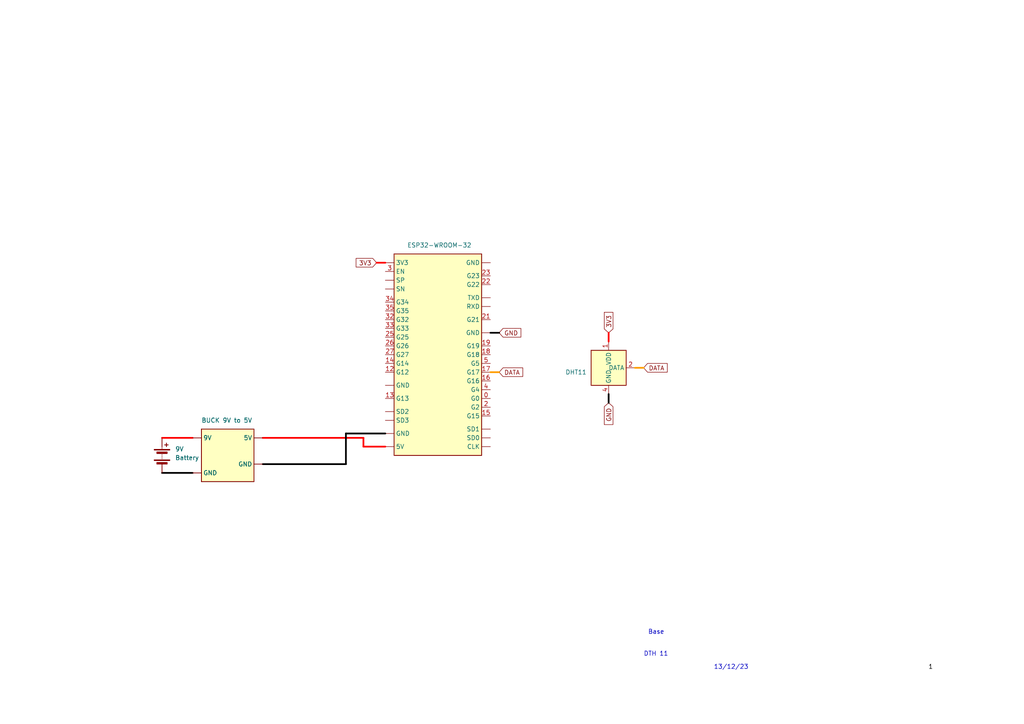
<source format=kicad_sch>
(kicad_sch (version 20230121) (generator eeschema)
  (paper "A4")
  (lib_symbols
    (symbol "Device:Battery" (pin_numbers hide) (pin_names (offset 0) hide)
      (property "Reference" "9V" (at 3.81 1.8415 0))
      (property "Value" "Battery" (at 3.81 -0.6985 0))
      (symbol "Battery_0_1"
        (rectangle (start -2.286 -1.27) (end 2.286 -1.524) (fill (type outline)))
        (rectangle (start -2.286 1.778) (end 2.286 1.524) (fill (type outline)))
        (rectangle (start -1.524 -2.032) (end 1.524 -2.54) (fill (type outline)))
        (rectangle (start -1.524 1.016) (end 1.524 0.508) (fill (type outline)))
        (polyline (pts (xy 0 -1.016) (xy 0 -0.762)))
        (polyline (pts (xy 0 -0.508) (xy 0 -0.254)))
        (polyline (pts (xy 0 0) (xy 0 0.254)))
        (polyline (pts (xy 0 1.778) (xy 0 2.54)))
        (polyline (pts (xy 0.762 3.048) (xy 1.778 3.048)) (stroke (width 0.254)))
        (polyline (pts (xy 1.27 3.556) (xy 1.27 2.54)) (stroke (width 0.254)))
      )
      (symbol "Battery_1_1"
        (pin passive line (at 0 5.08 270) (length 2.54) (name "+") (number "1"))
        (pin passive line (at 0 -5.08 90) (length 2.54) (name "-") (number "2"))
      )
    )
    (symbol "Driver_LED:HV9967BK7-G"
      (property "Reference" "U3" (at 2.1941 12.7 0))
      (property "Value" "BUCK 9V to 5V" (at 2.1941 10.16 0))
      (symbol "HV9967BK7-G_0_1"
        (rectangle (start -7.62 7.62) (end 7.62 -7.62) (stroke (width 0.254)) (fill (type background)))
      )
      (symbol "HV9967BK7-G_1_1"
        (pin power_out line (at 10.16 5.08 180) (length 2.54) (name "5V") (number ""))
        (pin power_in line (at -10.16 5.08 0) (length 2.54) (name "9V") (number ""))
        (pin bidirectional line (at -10.16 -5.08 0) (length 2.54) (name "GND") (number ""))
        (pin bidirectional line (at 10.16 -2.54 180) (length 2.54) (name "GND") (number ""))
      )
    )
    (symbol "RF_Module:ESP32-WROOM-32"
      (property "Reference" "U1" (at -1.27 30.48 0))
      (property "Value" "ESP32-WROOM-32" (at -8.89 27.94 0))
      (symbol "ESP32-WROOM-32_0_1"
        (rectangle (start -12.7 25.4) (end 12.7 -33.02) (stroke (width 0.254)) (fill (type background)))
      )
      (symbol "ESP32-WROOM-32_1_1"
        (pin bidirectional line (at -15.24 22.86 0) (length 2.54) (name "3V3") (number ""))
        (pin bidirectional line (at -15.24 -30.48 0) (length 2.54) (name "5V") (number ""))
        (pin bidirectional line (at 15.24 -30.48 180) (length 2.54) (name "CLK") (number ""))
        (pin bidirectional line (at -15.24 -26.67 0) (length 2.54) (name "GND") (number ""))
        (pin bidirectional line (at -15.24 -12.7 0) (length 2.54) (name "GND") (number ""))
        (pin bidirectional line (at 15.24 2.54 180) (length 2.54) (name "GND") (number ""))
        (pin bidirectional line (at 15.24 22.86 180) (length 2.54) (name "GND") (number ""))
        (pin bidirectional line (at 15.24 10.16 180) (length 2.54) (name "RXD") (number ""))
        (pin bidirectional line (at 15.24 -27.94 180) (length 2.54) (name "SD0") (number ""))
        (pin bidirectional line (at 15.24 -25.4 180) (length 2.54) (name "SD1") (number ""))
        (pin bidirectional line (at -15.24 -20.32 0) (length 2.54) (name "SD2") (number ""))
        (pin bidirectional line (at -15.24 -22.86 0) (length 2.54) (name "SD3") (number ""))
        (pin input line (at -15.24 15.24 0) (length 2.54) (name "SN") (number ""))
        (pin input line (at -15.24 17.78 0) (length 2.54) (name "SP") (number ""))
        (pin bidirectional line (at 15.24 12.7 180) (length 2.54) (name "TXD") (number ""))
        (pin bidirectional line (at 15.24 -16.51 180) (length 2.54) (name "G0") (number "0"))
        (pin bidirectional line (at -15.24 -8.89 0) (length 2.54) (name "G12") (number "12"))
        (pin bidirectional line (at -15.24 -16.51 0) (length 2.54) (name "G13") (number "13"))
        (pin bidirectional line (at -15.24 -6.35 0) (length 2.54) (name "G14") (number "14"))
        (pin bidirectional line (at 15.24 -21.59 180) (length 2.54) (name "G15") (number "15"))
        (pin bidirectional line (at 15.24 -11.43 180) (length 2.54) (name "G16") (number "16"))
        (pin bidirectional line (at 15.24 -8.89 180) (length 2.54) (name "G17") (number "17"))
        (pin bidirectional line (at 15.24 -3.81 180) (length 2.54) (name "G18") (number "18"))
        (pin bidirectional line (at 15.24 -1.27 180) (length 2.54) (name "G19") (number "19"))
        (pin bidirectional line (at 15.24 -19.05 180) (length 2.54) (name "G2") (number "2"))
        (pin bidirectional line (at 15.24 6.35 180) (length 2.54) (name "G21") (number "21"))
        (pin bidirectional line (at 15.24 16.51 180) (length 2.54) (name "G22") (number "22"))
        (pin bidirectional line (at 15.24 19.05 180) (length 2.54) (name "G23") (number "23"))
        (pin bidirectional line (at -15.24 1.27 0) (length 2.54) (name "G25") (number "25"))
        (pin bidirectional line (at -15.24 -1.27 0) (length 2.54) (name "G26") (number "26"))
        (pin bidirectional line (at -15.24 -3.81 0) (length 2.54) (name "G27") (number "27"))
        (pin input line (at -15.24 20.32 0) (length 2.54) (name "EN") (number "3"))
        (pin bidirectional line (at -15.24 6.35 0) (length 2.54) (name "G32") (number "32"))
        (pin bidirectional line (at -15.24 3.81 0) (length 2.54) (name "G33") (number "33"))
        (pin input line (at -15.24 11.43 0) (length 2.54) (name "G34") (number "34"))
        (pin input line (at -15.24 8.89 0) (length 2.54) (name "G35") (number "35"))
        (pin bidirectional line (at 15.24 -13.97 180) (length 2.54) (name "G4") (number "4"))
        (pin bidirectional line (at 15.24 -6.35 180) (length 2.54) (name "G5") (number "5"))
      )
    )
    (symbol "Sensor:DHT11"
      (property "Reference" "U" (at -3.81 6.35 0))
      (property "Value" "DHT11" (at 3.81 6.35 0))
      (symbol "DHT11_0_1"
        (rectangle (start -5.08 5.08) (end 5.08 -5.08) (stroke (width 0.254)) (fill (type background)))
      )
      (symbol "DHT11_1_1"
        (pin power_in line (at 0 7.62 270) (length 2.54) (name "VDD") (number "1"))
        (pin bidirectional line (at 7.62 0 180) (length 2.54) (name "DATA") (number "2"))
        (pin no_connect line (at -5.08 0 0) (length 2.54) hide (name "NC") (number "3"))
        (pin power_in line (at 0 -7.62 90) (length 2.54) (name "GND") (number "4"))
      )
    )
  )
  (wire (pts (xy 144.78 96.52) (xy 142.24 96.52)) (stroke (width 0.5) (color 0 0 0 1)))
  (wire (pts (xy 105.41 129.54) (xy 111.76 129.54)) (stroke (width 0.5) (color 255 0 0 1)))
  (wire (pts (xy 186.69 106.68) (xy 184.15 106.68)) (stroke (width 0.5) (color 255 153 0 1)))
  (wire (pts (xy 109.22 76.2) (xy 111.76 76.2)) (stroke (width 0.5) (color 255 0 0 1)))
  (wire (pts (xy 100.33 134.62) (xy 100.33 125.73)) (stroke (width 0.5) (color 0 0 0 1)))
  (wire (pts (xy 46.99 127) (xy 55.88 127)) (stroke (width 0.5) (color 255 0 0 1)))
  (wire (pts (xy 105.41 129.54) (xy 105.41 127)) (stroke (width 0.5) (color 255 0 0 1)))
  (wire (pts (xy 176.53 114.3) (xy 176.53 116.84)) (stroke (width 0.5) (color 0 0 0 1)))
  (wire (pts (xy 176.53 96.52) (xy 176.53 99.06)) (stroke (width 0.5) (color 255 0 0 1)))
  (wire (pts (xy 76.2 134.62) (xy 100.33 134.62)) (stroke (width 0.5) (color 0 0 0 1)))
  (wire (pts (xy 46.99 137.16) (xy 55.88 137.16)) (stroke (width 0.5) (color 0 0 0 1)))
  (wire (pts (xy 105.41 127) (xy 76.2 127)) (stroke (width 0.5) (color 255 0 0 1)))
  (wire (pts (xy 100.33 125.73) (xy 111.76 125.73)) (stroke (width 0.5) (color 0 0 0 1)))
  (wire (pts (xy 144.78 107.95) (xy 142.24 107.95)) (stroke (width 0.5) (color 255 153 0 1)))
  (text "1" (at 269.24 194.31 0) (effects (font (size 1.27 1.27)) (justify left bottom)))
  (text "13/12/23" (at 207.01 194.31 0) (effects (font (size 1.27 1.27)) (justify left bottom)))
  (text "Base" (at 187.96 184.15 0) (effects (font (size 1.27 1.27)) (justify left bottom)))
  (text "DTH 11" (at 186.69 190.5 0) (effects (font (size 1.27 1.27)) (justify left bottom)))
  (global_label "3V3" (shape input) (at 176.53 96.52 90) (property "Intersheetrefs" "${INTERSHEET_REFS}" (effects hide)))
  (global_label "GND" (shape input) (at 144.78 96.52 0) (property "Intersheetrefs" "${INTERSHEET_REFS}" (effects hide)))
  (global_label "3V3" (shape input) (at 109.22 76.2 180) (property "Intersheetrefs" "${INTERSHEET_REFS}" (effects hide)))
  (global_label "GND" (shape input) (at 176.53 116.84 270) (property "Intersheetrefs" "${INTERSHEET_REFS}" (effects hide)))
  (global_label "DATA" (shape input) (at 186.69 106.68 0) (property "Intersheetrefs" "${INTERSHEET_REFS}" (effects hide)))
  (global_label "DATA" (shape input) (at 144.78 107.95 0) (property "Intersheetrefs" "${INTERSHEET_REFS}" (effects hide)))
  (symbol (lib_id "RF_Module:ESP32-WROOM-32") (at 127 99.06 0) (unit 1)
    (property "Reference" "U1" (effects hide))
    (property "Value" "ESP32-WROOM-32" (at 118.11 71.12 0) (effects (justify left)))
    (property "Footprint" "RF_Module:ESP32-WROOM-32" (effects hide))
    (property "Datasheet" "https://www.espressif.com/sites/default/files/documentation/esp32-wroom-32_datasheet_en.pdf" (effects hide))
  )
  (symbol (lib_id "Driver_LED:HV9967BK7-G") (at 66.04 132.08 0) (unit 1)
    (property "Reference" "U3" (effects hide))
    (property "Value" "BUCK 9V to 5V" (at 58.42 121.92 0) (effects (justify left)))
  )
  (symbol (lib_id "Device:Battery") (at 46.99 132.08 0) (unit 1)
    (property "Reference" "9V" (at 50.8 130.2385 0) (effects (justify left)))
    (property "Value" "Battery" (at 50.8 132.7785 0) (effects (justify left)))
  )
  (symbol (lib_id "Sensor:DHT11") (at 176.53 106.68 0) (unit 1)
    (property "Reference" "U4" (effects hide))
    (property "Value" "DHT11" (at 170.18 107.95 0) (effects (justify right)))
    (property "Footprint" "Sensor:Aosong_DHT11_5.5x12.0_P2.54mm" (effects hide))
    (property "Datasheet" "http://akizukidenshi.com/download/ds/aosong/DHT11.pdf" (effects hide))
  )
)
</source>
